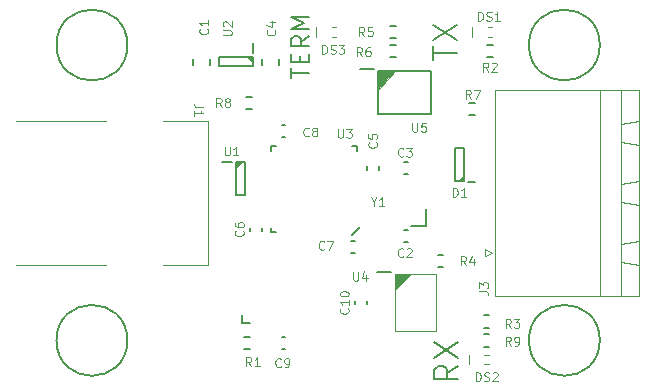
<source format=gbr>
%TF.GenerationSoftware,KiCad,Pcbnew,(6.0.0)*%
%TF.CreationDate,2022-06-11T23:43:57+12:00*%
%TF.ProjectId,Canmaster_HW,43616e6d-6173-4746-9572-5f48572e6b69,rev?*%
%TF.SameCoordinates,Original*%
%TF.FileFunction,Legend,Top*%
%TF.FilePolarity,Positive*%
%FSLAX46Y46*%
G04 Gerber Fmt 4.6, Leading zero omitted, Abs format (unit mm)*
G04 Created by KiCad (PCBNEW (6.0.0)) date 2022-06-11 23:43:57*
%MOMM*%
%LPD*%
G01*
G04 APERTURE LIST*
%ADD10C,0.200000*%
%ADD11C,0.120000*%
%ADD12C,0.150000*%
G04 APERTURE END LIST*
D10*
X108904761Y-61223809D02*
X108904761Y-60080952D01*
X110904761Y-60652380D02*
X108904761Y-60652380D01*
X108904761Y-59604761D02*
X110904761Y-58271428D01*
X108904761Y-58271428D02*
X110904761Y-59604761D01*
X111004761Y-87133333D02*
X110052380Y-87800000D01*
X111004761Y-88276190D02*
X109004761Y-88276190D01*
X109004761Y-87514285D01*
X109100000Y-87323809D01*
X109195238Y-87228571D01*
X109385714Y-87133333D01*
X109671428Y-87133333D01*
X109861904Y-87228571D01*
X109957142Y-87323809D01*
X110052380Y-87514285D01*
X110052380Y-88276190D01*
X109004761Y-86466666D02*
X111004761Y-85133333D01*
X109004761Y-85133333D02*
X111004761Y-86466666D01*
X96878571Y-62814285D02*
X96878571Y-61957142D01*
X98378571Y-62385714D02*
X96878571Y-62385714D01*
X97592857Y-61457142D02*
X97592857Y-60957142D01*
X98378571Y-60742857D02*
X98378571Y-61457142D01*
X96878571Y-61457142D01*
X96878571Y-60742857D01*
X98378571Y-59242857D02*
X97664285Y-59742857D01*
X98378571Y-60100000D02*
X96878571Y-60100000D01*
X96878571Y-59528571D01*
X96950000Y-59385714D01*
X97021428Y-59314285D01*
X97164285Y-59242857D01*
X97378571Y-59242857D01*
X97521428Y-59314285D01*
X97592857Y-59385714D01*
X97664285Y-59528571D01*
X97664285Y-60100000D01*
X98378571Y-58600000D02*
X96878571Y-58600000D01*
X97950000Y-58100000D01*
X96878571Y-57600000D01*
X98378571Y-57600000D01*
D11*
%TO.C,U4*%
X102128571Y-79189285D02*
X102128571Y-79796428D01*
X102164285Y-79867857D01*
X102200000Y-79903571D01*
X102271428Y-79939285D01*
X102414285Y-79939285D01*
X102485714Y-79903571D01*
X102521428Y-79867857D01*
X102557142Y-79796428D01*
X102557142Y-79189285D01*
X103235714Y-79439285D02*
X103235714Y-79939285D01*
X103057142Y-79153571D02*
X102878571Y-79689285D01*
X103342857Y-79689285D01*
%TO.C,J1*%
X89410714Y-65250000D02*
X88875000Y-65250000D01*
X88767857Y-65214285D01*
X88696428Y-65142857D01*
X88660714Y-65035714D01*
X88660714Y-64964285D01*
X88660714Y-66000000D02*
X88660714Y-65571428D01*
X88660714Y-65785714D02*
X89410714Y-65785714D01*
X89303571Y-65714285D01*
X89232142Y-65642857D01*
X89196428Y-65571428D01*
%TO.C,C8*%
X98375000Y-67667857D02*
X98339285Y-67703571D01*
X98232142Y-67739285D01*
X98160714Y-67739285D01*
X98053571Y-67703571D01*
X97982142Y-67632142D01*
X97946428Y-67560714D01*
X97910714Y-67417857D01*
X97910714Y-67310714D01*
X97946428Y-67167857D01*
X97982142Y-67096428D01*
X98053571Y-67025000D01*
X98160714Y-66989285D01*
X98232142Y-66989285D01*
X98339285Y-67025000D01*
X98375000Y-67060714D01*
X98803571Y-67310714D02*
X98732142Y-67275000D01*
X98696428Y-67239285D01*
X98660714Y-67167857D01*
X98660714Y-67132142D01*
X98696428Y-67060714D01*
X98732142Y-67025000D01*
X98803571Y-66989285D01*
X98946428Y-66989285D01*
X99017857Y-67025000D01*
X99053571Y-67060714D01*
X99089285Y-67132142D01*
X99089285Y-67167857D01*
X99053571Y-67239285D01*
X99017857Y-67275000D01*
X98946428Y-67310714D01*
X98803571Y-67310714D01*
X98732142Y-67346428D01*
X98696428Y-67382142D01*
X98660714Y-67453571D01*
X98660714Y-67596428D01*
X98696428Y-67667857D01*
X98732142Y-67703571D01*
X98803571Y-67739285D01*
X98946428Y-67739285D01*
X99017857Y-67703571D01*
X99053571Y-67667857D01*
X99089285Y-67596428D01*
X99089285Y-67453571D01*
X99053571Y-67382142D01*
X99017857Y-67346428D01*
X98946428Y-67310714D01*
%TO.C,U3*%
X100828571Y-67089285D02*
X100828571Y-67696428D01*
X100864285Y-67767857D01*
X100900000Y-67803571D01*
X100971428Y-67839285D01*
X101114285Y-67839285D01*
X101185714Y-67803571D01*
X101221428Y-67767857D01*
X101257142Y-67696428D01*
X101257142Y-67089285D01*
X101542857Y-67089285D02*
X102007142Y-67089285D01*
X101757142Y-67375000D01*
X101864285Y-67375000D01*
X101935714Y-67410714D01*
X101971428Y-67446428D01*
X102007142Y-67517857D01*
X102007142Y-67696428D01*
X101971428Y-67767857D01*
X101935714Y-67803571D01*
X101864285Y-67839285D01*
X101650000Y-67839285D01*
X101578571Y-67803571D01*
X101542857Y-67767857D01*
%TO.C,U2*%
X91089285Y-59171428D02*
X91696428Y-59171428D01*
X91767857Y-59135714D01*
X91803571Y-59100000D01*
X91839285Y-59028571D01*
X91839285Y-58885714D01*
X91803571Y-58814285D01*
X91767857Y-58778571D01*
X91696428Y-58742857D01*
X91089285Y-58742857D01*
X91160714Y-58421428D02*
X91125000Y-58385714D01*
X91089285Y-58314285D01*
X91089285Y-58135714D01*
X91125000Y-58064285D01*
X91160714Y-58028571D01*
X91232142Y-57992857D01*
X91303571Y-57992857D01*
X91410714Y-58028571D01*
X91839285Y-58457142D01*
X91839285Y-57992857D01*
%TO.C,C6*%
X92767857Y-75725000D02*
X92803571Y-75760714D01*
X92839285Y-75867857D01*
X92839285Y-75939285D01*
X92803571Y-76046428D01*
X92732142Y-76117857D01*
X92660714Y-76153571D01*
X92517857Y-76189285D01*
X92410714Y-76189285D01*
X92267857Y-76153571D01*
X92196428Y-76117857D01*
X92125000Y-76046428D01*
X92089285Y-75939285D01*
X92089285Y-75867857D01*
X92125000Y-75760714D01*
X92160714Y-75725000D01*
X92089285Y-75082142D02*
X92089285Y-75225000D01*
X92125000Y-75296428D01*
X92160714Y-75332142D01*
X92267857Y-75403571D01*
X92410714Y-75439285D01*
X92696428Y-75439285D01*
X92767857Y-75403571D01*
X92803571Y-75367857D01*
X92839285Y-75296428D01*
X92839285Y-75153571D01*
X92803571Y-75082142D01*
X92767857Y-75046428D01*
X92696428Y-75010714D01*
X92517857Y-75010714D01*
X92446428Y-75046428D01*
X92410714Y-75082142D01*
X92375000Y-75153571D01*
X92375000Y-75296428D01*
X92410714Y-75367857D01*
X92446428Y-75403571D01*
X92517857Y-75439285D01*
%TO.C,R5*%
X103075000Y-59239285D02*
X102825000Y-58882142D01*
X102646428Y-59239285D02*
X102646428Y-58489285D01*
X102932142Y-58489285D01*
X103003571Y-58525000D01*
X103039285Y-58560714D01*
X103075000Y-58632142D01*
X103075000Y-58739285D01*
X103039285Y-58810714D01*
X103003571Y-58846428D01*
X102932142Y-58882142D01*
X102646428Y-58882142D01*
X103753571Y-58489285D02*
X103396428Y-58489285D01*
X103360714Y-58846428D01*
X103396428Y-58810714D01*
X103467857Y-58775000D01*
X103646428Y-58775000D01*
X103717857Y-58810714D01*
X103753571Y-58846428D01*
X103789285Y-58917857D01*
X103789285Y-59096428D01*
X103753571Y-59167857D01*
X103717857Y-59203571D01*
X103646428Y-59239285D01*
X103467857Y-59239285D01*
X103396428Y-59203571D01*
X103360714Y-59167857D01*
%TO.C,R9*%
X115475000Y-85439285D02*
X115225000Y-85082142D01*
X115046428Y-85439285D02*
X115046428Y-84689285D01*
X115332142Y-84689285D01*
X115403571Y-84725000D01*
X115439285Y-84760714D01*
X115475000Y-84832142D01*
X115475000Y-84939285D01*
X115439285Y-85010714D01*
X115403571Y-85046428D01*
X115332142Y-85082142D01*
X115046428Y-85082142D01*
X115832142Y-85439285D02*
X115975000Y-85439285D01*
X116046428Y-85403571D01*
X116082142Y-85367857D01*
X116153571Y-85260714D01*
X116189285Y-85117857D01*
X116189285Y-84832142D01*
X116153571Y-84760714D01*
X116117857Y-84725000D01*
X116046428Y-84689285D01*
X115903571Y-84689285D01*
X115832142Y-84725000D01*
X115796428Y-84760714D01*
X115760714Y-84832142D01*
X115760714Y-85010714D01*
X115796428Y-85082142D01*
X115832142Y-85117857D01*
X115903571Y-85153571D01*
X116046428Y-85153571D01*
X116117857Y-85117857D01*
X116153571Y-85082142D01*
X116189285Y-85010714D01*
%TO.C,C2*%
X106375000Y-77867857D02*
X106339285Y-77903571D01*
X106232142Y-77939285D01*
X106160714Y-77939285D01*
X106053571Y-77903571D01*
X105982142Y-77832142D01*
X105946428Y-77760714D01*
X105910714Y-77617857D01*
X105910714Y-77510714D01*
X105946428Y-77367857D01*
X105982142Y-77296428D01*
X106053571Y-77225000D01*
X106160714Y-77189285D01*
X106232142Y-77189285D01*
X106339285Y-77225000D01*
X106375000Y-77260714D01*
X106660714Y-77260714D02*
X106696428Y-77225000D01*
X106767857Y-77189285D01*
X106946428Y-77189285D01*
X107017857Y-77225000D01*
X107053571Y-77260714D01*
X107089285Y-77332142D01*
X107089285Y-77403571D01*
X107053571Y-77510714D01*
X106625000Y-77939285D01*
X107089285Y-77939285D01*
%TO.C,R6*%
X102875000Y-60939285D02*
X102625000Y-60582142D01*
X102446428Y-60939285D02*
X102446428Y-60189285D01*
X102732142Y-60189285D01*
X102803571Y-60225000D01*
X102839285Y-60260714D01*
X102875000Y-60332142D01*
X102875000Y-60439285D01*
X102839285Y-60510714D01*
X102803571Y-60546428D01*
X102732142Y-60582142D01*
X102446428Y-60582142D01*
X103517857Y-60189285D02*
X103375000Y-60189285D01*
X103303571Y-60225000D01*
X103267857Y-60260714D01*
X103196428Y-60367857D01*
X103160714Y-60510714D01*
X103160714Y-60796428D01*
X103196428Y-60867857D01*
X103232142Y-60903571D01*
X103303571Y-60939285D01*
X103446428Y-60939285D01*
X103517857Y-60903571D01*
X103553571Y-60867857D01*
X103589285Y-60796428D01*
X103589285Y-60617857D01*
X103553571Y-60546428D01*
X103517857Y-60510714D01*
X103446428Y-60475000D01*
X103303571Y-60475000D01*
X103232142Y-60510714D01*
X103196428Y-60546428D01*
X103160714Y-60617857D01*
%TO.C,C7*%
X99675000Y-77267857D02*
X99639285Y-77303571D01*
X99532142Y-77339285D01*
X99460714Y-77339285D01*
X99353571Y-77303571D01*
X99282142Y-77232142D01*
X99246428Y-77160714D01*
X99210714Y-77017857D01*
X99210714Y-76910714D01*
X99246428Y-76767857D01*
X99282142Y-76696428D01*
X99353571Y-76625000D01*
X99460714Y-76589285D01*
X99532142Y-76589285D01*
X99639285Y-76625000D01*
X99675000Y-76660714D01*
X99925000Y-76589285D02*
X100425000Y-76589285D01*
X100103571Y-77339285D01*
%TO.C,DS1*%
X112689285Y-57939285D02*
X112689285Y-57189285D01*
X112867857Y-57189285D01*
X112975000Y-57225000D01*
X113046428Y-57296428D01*
X113082142Y-57367857D01*
X113117857Y-57510714D01*
X113117857Y-57617857D01*
X113082142Y-57760714D01*
X113046428Y-57832142D01*
X112975000Y-57903571D01*
X112867857Y-57939285D01*
X112689285Y-57939285D01*
X113403571Y-57903571D02*
X113510714Y-57939285D01*
X113689285Y-57939285D01*
X113760714Y-57903571D01*
X113796428Y-57867857D01*
X113832142Y-57796428D01*
X113832142Y-57725000D01*
X113796428Y-57653571D01*
X113760714Y-57617857D01*
X113689285Y-57582142D01*
X113546428Y-57546428D01*
X113475000Y-57510714D01*
X113439285Y-57475000D01*
X113403571Y-57403571D01*
X113403571Y-57332142D01*
X113439285Y-57260714D01*
X113475000Y-57225000D01*
X113546428Y-57189285D01*
X113725000Y-57189285D01*
X113832142Y-57225000D01*
X114546428Y-57939285D02*
X114117857Y-57939285D01*
X114332142Y-57939285D02*
X114332142Y-57189285D01*
X114260714Y-57296428D01*
X114189285Y-57367857D01*
X114117857Y-57403571D01*
%TO.C,U1*%
X91228571Y-68589285D02*
X91228571Y-69196428D01*
X91264285Y-69267857D01*
X91300000Y-69303571D01*
X91371428Y-69339285D01*
X91514285Y-69339285D01*
X91585714Y-69303571D01*
X91621428Y-69267857D01*
X91657142Y-69196428D01*
X91657142Y-68589285D01*
X92407142Y-69339285D02*
X91978571Y-69339285D01*
X92192857Y-69339285D02*
X92192857Y-68589285D01*
X92121428Y-68696428D01*
X92050000Y-68767857D01*
X91978571Y-68803571D01*
%TO.C,R2*%
X113575000Y-62239285D02*
X113325000Y-61882142D01*
X113146428Y-62239285D02*
X113146428Y-61489285D01*
X113432142Y-61489285D01*
X113503571Y-61525000D01*
X113539285Y-61560714D01*
X113575000Y-61632142D01*
X113575000Y-61739285D01*
X113539285Y-61810714D01*
X113503571Y-61846428D01*
X113432142Y-61882142D01*
X113146428Y-61882142D01*
X113860714Y-61560714D02*
X113896428Y-61525000D01*
X113967857Y-61489285D01*
X114146428Y-61489285D01*
X114217857Y-61525000D01*
X114253571Y-61560714D01*
X114289285Y-61632142D01*
X114289285Y-61703571D01*
X114253571Y-61810714D01*
X113825000Y-62239285D01*
X114289285Y-62239285D01*
%TO.C,R1*%
X93505000Y-87174285D02*
X93255000Y-86817142D01*
X93076428Y-87174285D02*
X93076428Y-86424285D01*
X93362142Y-86424285D01*
X93433571Y-86460000D01*
X93469285Y-86495714D01*
X93505000Y-86567142D01*
X93505000Y-86674285D01*
X93469285Y-86745714D01*
X93433571Y-86781428D01*
X93362142Y-86817142D01*
X93076428Y-86817142D01*
X94219285Y-87174285D02*
X93790714Y-87174285D01*
X94005000Y-87174285D02*
X94005000Y-86424285D01*
X93933571Y-86531428D01*
X93862142Y-86602857D01*
X93790714Y-86638571D01*
%TO.C,C3*%
X106375000Y-69367857D02*
X106339285Y-69403571D01*
X106232142Y-69439285D01*
X106160714Y-69439285D01*
X106053571Y-69403571D01*
X105982142Y-69332142D01*
X105946428Y-69260714D01*
X105910714Y-69117857D01*
X105910714Y-69010714D01*
X105946428Y-68867857D01*
X105982142Y-68796428D01*
X106053571Y-68725000D01*
X106160714Y-68689285D01*
X106232142Y-68689285D01*
X106339285Y-68725000D01*
X106375000Y-68760714D01*
X106625000Y-68689285D02*
X107089285Y-68689285D01*
X106839285Y-68975000D01*
X106946428Y-68975000D01*
X107017857Y-69010714D01*
X107053571Y-69046428D01*
X107089285Y-69117857D01*
X107089285Y-69296428D01*
X107053571Y-69367857D01*
X107017857Y-69403571D01*
X106946428Y-69439285D01*
X106732142Y-69439285D01*
X106660714Y-69403571D01*
X106625000Y-69367857D01*
%TO.C,Y1*%
X103842857Y-73282142D02*
X103842857Y-73639285D01*
X103592857Y-72889285D02*
X103842857Y-73282142D01*
X104092857Y-72889285D01*
X104735714Y-73639285D02*
X104307142Y-73639285D01*
X104521428Y-73639285D02*
X104521428Y-72889285D01*
X104450000Y-72996428D01*
X104378571Y-73067857D01*
X104307142Y-73103571D01*
%TO.C,R7*%
X112075000Y-64539285D02*
X111825000Y-64182142D01*
X111646428Y-64539285D02*
X111646428Y-63789285D01*
X111932142Y-63789285D01*
X112003571Y-63825000D01*
X112039285Y-63860714D01*
X112075000Y-63932142D01*
X112075000Y-64039285D01*
X112039285Y-64110714D01*
X112003571Y-64146428D01*
X111932142Y-64182142D01*
X111646428Y-64182142D01*
X112325000Y-63789285D02*
X112825000Y-63789285D01*
X112503571Y-64539285D01*
%TO.C,C10*%
X101667857Y-82282142D02*
X101703571Y-82317857D01*
X101739285Y-82425000D01*
X101739285Y-82496428D01*
X101703571Y-82603571D01*
X101632142Y-82675000D01*
X101560714Y-82710714D01*
X101417857Y-82746428D01*
X101310714Y-82746428D01*
X101167857Y-82710714D01*
X101096428Y-82675000D01*
X101025000Y-82603571D01*
X100989285Y-82496428D01*
X100989285Y-82425000D01*
X101025000Y-82317857D01*
X101060714Y-82282142D01*
X101739285Y-81567857D02*
X101739285Y-81996428D01*
X101739285Y-81782142D02*
X100989285Y-81782142D01*
X101096428Y-81853571D01*
X101167857Y-81925000D01*
X101203571Y-81996428D01*
X100989285Y-81103571D02*
X100989285Y-81032142D01*
X101025000Y-80960714D01*
X101060714Y-80925000D01*
X101132142Y-80889285D01*
X101275000Y-80853571D01*
X101453571Y-80853571D01*
X101596428Y-80889285D01*
X101667857Y-80925000D01*
X101703571Y-80960714D01*
X101739285Y-81032142D01*
X101739285Y-81103571D01*
X101703571Y-81175000D01*
X101667857Y-81210714D01*
X101596428Y-81246428D01*
X101453571Y-81282142D01*
X101275000Y-81282142D01*
X101132142Y-81246428D01*
X101060714Y-81210714D01*
X101025000Y-81175000D01*
X100989285Y-81103571D01*
%TO.C,J3*%
X112789285Y-80850000D02*
X113325000Y-80850000D01*
X113432142Y-80885714D01*
X113503571Y-80957142D01*
X113539285Y-81064285D01*
X113539285Y-81135714D01*
X112789285Y-80564285D02*
X112789285Y-80100000D01*
X113075000Y-80350000D01*
X113075000Y-80242857D01*
X113110714Y-80171428D01*
X113146428Y-80135714D01*
X113217857Y-80100000D01*
X113396428Y-80100000D01*
X113467857Y-80135714D01*
X113503571Y-80171428D01*
X113539285Y-80242857D01*
X113539285Y-80457142D01*
X113503571Y-80528571D01*
X113467857Y-80564285D01*
%TO.C,DS3*%
X99489285Y-60739285D02*
X99489285Y-59989285D01*
X99667857Y-59989285D01*
X99775000Y-60025000D01*
X99846428Y-60096428D01*
X99882142Y-60167857D01*
X99917857Y-60310714D01*
X99917857Y-60417857D01*
X99882142Y-60560714D01*
X99846428Y-60632142D01*
X99775000Y-60703571D01*
X99667857Y-60739285D01*
X99489285Y-60739285D01*
X100203571Y-60703571D02*
X100310714Y-60739285D01*
X100489285Y-60739285D01*
X100560714Y-60703571D01*
X100596428Y-60667857D01*
X100632142Y-60596428D01*
X100632142Y-60525000D01*
X100596428Y-60453571D01*
X100560714Y-60417857D01*
X100489285Y-60382142D01*
X100346428Y-60346428D01*
X100275000Y-60310714D01*
X100239285Y-60275000D01*
X100203571Y-60203571D01*
X100203571Y-60132142D01*
X100239285Y-60060714D01*
X100275000Y-60025000D01*
X100346428Y-59989285D01*
X100525000Y-59989285D01*
X100632142Y-60025000D01*
X100882142Y-59989285D02*
X101346428Y-59989285D01*
X101096428Y-60275000D01*
X101203571Y-60275000D01*
X101275000Y-60310714D01*
X101310714Y-60346428D01*
X101346428Y-60417857D01*
X101346428Y-60596428D01*
X101310714Y-60667857D01*
X101275000Y-60703571D01*
X101203571Y-60739285D01*
X100989285Y-60739285D01*
X100917857Y-60703571D01*
X100882142Y-60667857D01*
%TO.C,R3*%
X115475000Y-83939285D02*
X115225000Y-83582142D01*
X115046428Y-83939285D02*
X115046428Y-83189285D01*
X115332142Y-83189285D01*
X115403571Y-83225000D01*
X115439285Y-83260714D01*
X115475000Y-83332142D01*
X115475000Y-83439285D01*
X115439285Y-83510714D01*
X115403571Y-83546428D01*
X115332142Y-83582142D01*
X115046428Y-83582142D01*
X115725000Y-83189285D02*
X116189285Y-83189285D01*
X115939285Y-83475000D01*
X116046428Y-83475000D01*
X116117857Y-83510714D01*
X116153571Y-83546428D01*
X116189285Y-83617857D01*
X116189285Y-83796428D01*
X116153571Y-83867857D01*
X116117857Y-83903571D01*
X116046428Y-83939285D01*
X115832142Y-83939285D01*
X115760714Y-83903571D01*
X115725000Y-83867857D01*
%TO.C,R4*%
X111675000Y-78639285D02*
X111425000Y-78282142D01*
X111246428Y-78639285D02*
X111246428Y-77889285D01*
X111532142Y-77889285D01*
X111603571Y-77925000D01*
X111639285Y-77960714D01*
X111675000Y-78032142D01*
X111675000Y-78139285D01*
X111639285Y-78210714D01*
X111603571Y-78246428D01*
X111532142Y-78282142D01*
X111246428Y-78282142D01*
X112317857Y-78139285D02*
X112317857Y-78639285D01*
X112139285Y-77853571D02*
X111960714Y-78389285D01*
X112425000Y-78389285D01*
%TO.C,C4*%
X95467857Y-58725000D02*
X95503571Y-58760714D01*
X95539285Y-58867857D01*
X95539285Y-58939285D01*
X95503571Y-59046428D01*
X95432142Y-59117857D01*
X95360714Y-59153571D01*
X95217857Y-59189285D01*
X95110714Y-59189285D01*
X94967857Y-59153571D01*
X94896428Y-59117857D01*
X94825000Y-59046428D01*
X94789285Y-58939285D01*
X94789285Y-58867857D01*
X94825000Y-58760714D01*
X94860714Y-58725000D01*
X95039285Y-58082142D02*
X95539285Y-58082142D01*
X94753571Y-58260714D02*
X95289285Y-58439285D01*
X95289285Y-57975000D01*
%TO.C,C5*%
X104067857Y-68225000D02*
X104103571Y-68260714D01*
X104139285Y-68367857D01*
X104139285Y-68439285D01*
X104103571Y-68546428D01*
X104032142Y-68617857D01*
X103960714Y-68653571D01*
X103817857Y-68689285D01*
X103710714Y-68689285D01*
X103567857Y-68653571D01*
X103496428Y-68617857D01*
X103425000Y-68546428D01*
X103389285Y-68439285D01*
X103389285Y-68367857D01*
X103425000Y-68260714D01*
X103460714Y-68225000D01*
X103389285Y-67546428D02*
X103389285Y-67903571D01*
X103746428Y-67939285D01*
X103710714Y-67903571D01*
X103675000Y-67832142D01*
X103675000Y-67653571D01*
X103710714Y-67582142D01*
X103746428Y-67546428D01*
X103817857Y-67510714D01*
X103996428Y-67510714D01*
X104067857Y-67546428D01*
X104103571Y-67582142D01*
X104139285Y-67653571D01*
X104139285Y-67832142D01*
X104103571Y-67903571D01*
X104067857Y-67939285D01*
%TO.C,C1*%
X89767857Y-58625000D02*
X89803571Y-58660714D01*
X89839285Y-58767857D01*
X89839285Y-58839285D01*
X89803571Y-58946428D01*
X89732142Y-59017857D01*
X89660714Y-59053571D01*
X89517857Y-59089285D01*
X89410714Y-59089285D01*
X89267857Y-59053571D01*
X89196428Y-59017857D01*
X89125000Y-58946428D01*
X89089285Y-58839285D01*
X89089285Y-58767857D01*
X89125000Y-58660714D01*
X89160714Y-58625000D01*
X89839285Y-57910714D02*
X89839285Y-58339285D01*
X89839285Y-58125000D02*
X89089285Y-58125000D01*
X89196428Y-58196428D01*
X89267857Y-58267857D01*
X89303571Y-58339285D01*
%TO.C,D1*%
X110546428Y-72839285D02*
X110546428Y-72089285D01*
X110725000Y-72089285D01*
X110832142Y-72125000D01*
X110903571Y-72196428D01*
X110939285Y-72267857D01*
X110975000Y-72410714D01*
X110975000Y-72517857D01*
X110939285Y-72660714D01*
X110903571Y-72732142D01*
X110832142Y-72803571D01*
X110725000Y-72839285D01*
X110546428Y-72839285D01*
X111689285Y-72839285D02*
X111260714Y-72839285D01*
X111475000Y-72839285D02*
X111475000Y-72089285D01*
X111403571Y-72196428D01*
X111332142Y-72267857D01*
X111260714Y-72303571D01*
%TO.C,R8*%
X90975000Y-65239285D02*
X90725000Y-64882142D01*
X90546428Y-65239285D02*
X90546428Y-64489285D01*
X90832142Y-64489285D01*
X90903571Y-64525000D01*
X90939285Y-64560714D01*
X90975000Y-64632142D01*
X90975000Y-64739285D01*
X90939285Y-64810714D01*
X90903571Y-64846428D01*
X90832142Y-64882142D01*
X90546428Y-64882142D01*
X91403571Y-64810714D02*
X91332142Y-64775000D01*
X91296428Y-64739285D01*
X91260714Y-64667857D01*
X91260714Y-64632142D01*
X91296428Y-64560714D01*
X91332142Y-64525000D01*
X91403571Y-64489285D01*
X91546428Y-64489285D01*
X91617857Y-64525000D01*
X91653571Y-64560714D01*
X91689285Y-64632142D01*
X91689285Y-64667857D01*
X91653571Y-64739285D01*
X91617857Y-64775000D01*
X91546428Y-64810714D01*
X91403571Y-64810714D01*
X91332142Y-64846428D01*
X91296428Y-64882142D01*
X91260714Y-64953571D01*
X91260714Y-65096428D01*
X91296428Y-65167857D01*
X91332142Y-65203571D01*
X91403571Y-65239285D01*
X91546428Y-65239285D01*
X91617857Y-65203571D01*
X91653571Y-65167857D01*
X91689285Y-65096428D01*
X91689285Y-64953571D01*
X91653571Y-64882142D01*
X91617857Y-64846428D01*
X91546428Y-64810714D01*
%TO.C,C9*%
X96005000Y-87202857D02*
X95969285Y-87238571D01*
X95862142Y-87274285D01*
X95790714Y-87274285D01*
X95683571Y-87238571D01*
X95612142Y-87167142D01*
X95576428Y-87095714D01*
X95540714Y-86952857D01*
X95540714Y-86845714D01*
X95576428Y-86702857D01*
X95612142Y-86631428D01*
X95683571Y-86560000D01*
X95790714Y-86524285D01*
X95862142Y-86524285D01*
X95969285Y-86560000D01*
X96005000Y-86595714D01*
X96362142Y-87274285D02*
X96505000Y-87274285D01*
X96576428Y-87238571D01*
X96612142Y-87202857D01*
X96683571Y-87095714D01*
X96719285Y-86952857D01*
X96719285Y-86667142D01*
X96683571Y-86595714D01*
X96647857Y-86560000D01*
X96576428Y-86524285D01*
X96433571Y-86524285D01*
X96362142Y-86560000D01*
X96326428Y-86595714D01*
X96290714Y-86667142D01*
X96290714Y-86845714D01*
X96326428Y-86917142D01*
X96362142Y-86952857D01*
X96433571Y-86988571D01*
X96576428Y-86988571D01*
X96647857Y-86952857D01*
X96683571Y-86917142D01*
X96719285Y-86845714D01*
%TO.C,U5*%
X107128571Y-66589285D02*
X107128571Y-67196428D01*
X107164285Y-67267857D01*
X107200000Y-67303571D01*
X107271428Y-67339285D01*
X107414285Y-67339285D01*
X107485714Y-67303571D01*
X107521428Y-67267857D01*
X107557142Y-67196428D01*
X107557142Y-66589285D01*
X108271428Y-66589285D02*
X107914285Y-66589285D01*
X107878571Y-66946428D01*
X107914285Y-66910714D01*
X107985714Y-66875000D01*
X108164285Y-66875000D01*
X108235714Y-66910714D01*
X108271428Y-66946428D01*
X108307142Y-67017857D01*
X108307142Y-67196428D01*
X108271428Y-67267857D01*
X108235714Y-67303571D01*
X108164285Y-67339285D01*
X107985714Y-67339285D01*
X107914285Y-67303571D01*
X107878571Y-67267857D01*
%TO.C,DS2*%
X112489285Y-88439285D02*
X112489285Y-87689285D01*
X112667857Y-87689285D01*
X112775000Y-87725000D01*
X112846428Y-87796428D01*
X112882142Y-87867857D01*
X112917857Y-88010714D01*
X112917857Y-88117857D01*
X112882142Y-88260714D01*
X112846428Y-88332142D01*
X112775000Y-88403571D01*
X112667857Y-88439285D01*
X112489285Y-88439285D01*
X113203571Y-88403571D02*
X113310714Y-88439285D01*
X113489285Y-88439285D01*
X113560714Y-88403571D01*
X113596428Y-88367857D01*
X113632142Y-88296428D01*
X113632142Y-88225000D01*
X113596428Y-88153571D01*
X113560714Y-88117857D01*
X113489285Y-88082142D01*
X113346428Y-88046428D01*
X113275000Y-88010714D01*
X113239285Y-87975000D01*
X113203571Y-87903571D01*
X113203571Y-87832142D01*
X113239285Y-87760714D01*
X113275000Y-87725000D01*
X113346428Y-87689285D01*
X113525000Y-87689285D01*
X113632142Y-87725000D01*
X113917857Y-87760714D02*
X113953571Y-87725000D01*
X114025000Y-87689285D01*
X114203571Y-87689285D01*
X114275000Y-87725000D01*
X114310714Y-87760714D01*
X114346428Y-87832142D01*
X114346428Y-87903571D01*
X114310714Y-88010714D01*
X113882142Y-88439285D01*
X114346428Y-88439285D01*
D12*
%TO.C,U4*%
X105300000Y-79240000D02*
X104100000Y-79240000D01*
D11*
X105700000Y-84200000D02*
X109100000Y-84200000D01*
X109100000Y-84200000D02*
X109100000Y-79400000D01*
X109100000Y-79400000D02*
X105700000Y-79400000D01*
X105700000Y-79400000D02*
X105700000Y-84200000D01*
X105700000Y-80700000D02*
X105700000Y-79400000D01*
X105700000Y-79400000D02*
X107000000Y-79400000D01*
X107000000Y-79400000D02*
X105700000Y-80700000D01*
G36*
X105700000Y-80700000D02*
G01*
X105700000Y-79400000D01*
X107000000Y-79400000D01*
X105700000Y-80700000D01*
G37*
X105700000Y-80700000D02*
X105700000Y-79400000D01*
X107000000Y-79400000D01*
X105700000Y-80700000D01*
%TO.C,J1*%
X89810000Y-66390000D02*
X86060000Y-66390000D01*
X89810000Y-66390000D02*
X89810000Y-78610000D01*
X73600000Y-66390000D02*
X81160000Y-66390000D01*
X89810000Y-78610000D02*
X86060000Y-78610000D01*
X73600000Y-78610000D02*
X81160000Y-78610000D01*
D12*
%TO.C,C8*%
X96059420Y-66790000D02*
X96340580Y-66790000D01*
X96059420Y-67810000D02*
X96340580Y-67810000D01*
%TO.C,U3*%
X95550000Y-68550000D02*
X95150000Y-68550000D01*
X102450000Y-68550000D02*
X102450000Y-68950000D01*
X102000000Y-76100000D02*
X102700000Y-75400000D01*
X102050000Y-68550000D02*
X102450000Y-68550000D01*
X95150000Y-75850000D02*
X95150000Y-75450000D01*
X95550000Y-75850000D02*
X95150000Y-75850000D01*
X95150000Y-68550000D02*
X95150000Y-68950000D01*
%TO.C,M1*%
X83000000Y-85000000D02*
G75*
G03*
X83000000Y-85000000I-3000000J0D01*
G01*
%TO.C,U2*%
X93600000Y-59800000D02*
X93600000Y-60700000D01*
X90800000Y-61000000D02*
X93600000Y-61000000D01*
X93600000Y-61000000D02*
X93600000Y-61800000D01*
X93600000Y-61800000D02*
X90800000Y-61800000D01*
X90800000Y-61800000D02*
X90800000Y-61000000D01*
D11*
X93100000Y-61000000D02*
X93600000Y-61000000D01*
X93600000Y-61000000D02*
X93600000Y-61500000D01*
X93600000Y-61500000D02*
X93100000Y-61000000D01*
G36*
X93600000Y-61500000D02*
G01*
X93100000Y-61000000D01*
X93600000Y-61000000D01*
X93600000Y-61500000D01*
G37*
X93600000Y-61500000D02*
X93100000Y-61000000D01*
X93600000Y-61000000D01*
X93600000Y-61500000D01*
D12*
%TO.C,C6*%
X93390000Y-75740580D02*
X93390000Y-75459420D01*
X94410000Y-75740580D02*
X94410000Y-75459420D01*
%TO.C,R5*%
X105737258Y-59422500D02*
X105262742Y-59422500D01*
X105737258Y-58377500D02*
X105262742Y-58377500D01*
%TO.C,J2*%
X92725000Y-83505000D02*
X92725000Y-82870000D01*
X93360000Y-83505000D02*
X92725000Y-83505000D01*
%TO.C,R9*%
X113637258Y-83922500D02*
X113162742Y-83922500D01*
X113637258Y-82877500D02*
X113162742Y-82877500D01*
%TO.C,C2*%
X106459420Y-75690000D02*
X106740580Y-75690000D01*
X106459420Y-76710000D02*
X106740580Y-76710000D01*
%TO.C,R6*%
X105262742Y-61022500D02*
X105737258Y-61022500D01*
X105262742Y-59977500D02*
X105737258Y-59977500D01*
%TO.C,C7*%
X102240580Y-77610000D02*
X101959420Y-77610000D01*
X102240580Y-76590000D02*
X101959420Y-76590000D01*
D11*
%TO.C,DS1*%
X113500000Y-58500000D02*
X113900000Y-58500000D01*
X113500000Y-59300000D02*
X113900000Y-59300000D01*
X112215000Y-58500000D02*
X112215000Y-59300000D01*
D12*
%TO.C,U1*%
X91000000Y-69900000D02*
X91900000Y-69900000D01*
X92200000Y-72700000D02*
X93000000Y-72700000D01*
X93000000Y-72700000D02*
X93000000Y-69900000D01*
X93000000Y-69900000D02*
X92200000Y-69900000D01*
X92200000Y-69900000D02*
X92200000Y-72700000D01*
D11*
X92200000Y-70400000D02*
X92200000Y-69900000D01*
X92200000Y-69900000D02*
X92700000Y-69900000D01*
X92700000Y-69900000D02*
X92200000Y-70400000D01*
G36*
X92200000Y-70400000D02*
G01*
X92200000Y-69900000D01*
X92700000Y-69900000D01*
X92200000Y-70400000D01*
G37*
X92200000Y-70400000D02*
X92200000Y-69900000D01*
X92700000Y-69900000D01*
X92200000Y-70400000D01*
D12*
%TO.C,R2*%
X113462742Y-59977500D02*
X113937258Y-59977500D01*
X113462742Y-61022500D02*
X113937258Y-61022500D01*
%TO.C,M4*%
X123000000Y-85000000D02*
G75*
G03*
X123000000Y-85000000I-3000000J0D01*
G01*
%TO.C,R1*%
X92892742Y-85757500D02*
X93367258Y-85757500D01*
X92892742Y-84712500D02*
X93367258Y-84712500D01*
%TO.C,C3*%
X106740580Y-69890000D02*
X106459420Y-69890000D01*
X106740580Y-70910000D02*
X106459420Y-70910000D01*
%TO.C,Y1*%
X107000000Y-75300000D02*
X108250000Y-75300000D01*
X108250000Y-75300000D02*
X108250000Y-73900000D01*
%TO.C,R7*%
X111962742Y-65922500D02*
X112437258Y-65922500D01*
X111962742Y-64877500D02*
X112437258Y-64877500D01*
%TO.C,M2*%
X83000000Y-60000000D02*
G75*
G03*
X83000000Y-60000000I-3000000J0D01*
G01*
%TO.C,C10*%
X103310000Y-81940580D02*
X103310000Y-81659420D01*
X102290000Y-81940580D02*
X102290000Y-81659420D01*
D11*
%TO.C,J3*%
X113312500Y-77280000D02*
X113912500Y-77580000D01*
X126332500Y-63770000D02*
X114112500Y-63770000D01*
X124832500Y-81230000D02*
X123032500Y-81230000D01*
X124832500Y-71750000D02*
X124832500Y-73250000D01*
X126332500Y-73500000D02*
X126332500Y-71500000D01*
X123032500Y-81230000D02*
X123032500Y-63770000D01*
X124832500Y-66670000D02*
X124832500Y-68170000D01*
X123032500Y-63770000D02*
X124832500Y-63770000D01*
X113912500Y-77580000D02*
X113312500Y-77880000D01*
X124832500Y-63770000D02*
X124832500Y-81230000D01*
X126332500Y-71500000D02*
X124832500Y-71750000D01*
X126332500Y-66420000D02*
X124832500Y-66670000D01*
X124832500Y-76830000D02*
X124832500Y-78330000D01*
X124832500Y-68170000D02*
X126332500Y-68420000D01*
X126332500Y-81230000D02*
X126332500Y-63770000D01*
X114112500Y-63770000D02*
X114112500Y-81230000D01*
X124832500Y-78330000D02*
X126332500Y-78580000D01*
X114112500Y-81230000D02*
X126332500Y-81230000D01*
X126332500Y-78580000D02*
X126332500Y-76580000D01*
X126332500Y-68420000D02*
X126332500Y-66420000D01*
X113312500Y-77880000D02*
X113312500Y-77280000D01*
X126332500Y-76580000D02*
X124832500Y-76830000D01*
X124832500Y-73250000D02*
X126332500Y-73500000D01*
%TO.C,DS3*%
X99015000Y-58500000D02*
X99015000Y-59300000D01*
X100300000Y-58500000D02*
X100700000Y-58500000D01*
X100300000Y-59300000D02*
X100700000Y-59300000D01*
D12*
%TO.C,R3*%
X113162742Y-85522500D02*
X113637258Y-85522500D01*
X113162742Y-84477500D02*
X113637258Y-84477500D01*
%TO.C,R4*%
X109262742Y-78822500D02*
X109737258Y-78822500D01*
X109262742Y-77777500D02*
X109737258Y-77777500D01*
%TO.C,C4*%
X95835000Y-61661252D02*
X95835000Y-61138748D01*
X94365000Y-61661252D02*
X94365000Y-61138748D01*
%TO.C,M3*%
X123000000Y-60000000D02*
G75*
G03*
X123000000Y-60000000I-3000000J0D01*
G01*
%TO.C,C5*%
X104310000Y-70259420D02*
X104310000Y-70540580D01*
X103290000Y-70259420D02*
X103290000Y-70540580D01*
%TO.C,C1*%
X88565000Y-61138748D02*
X88565000Y-61661252D01*
X90035000Y-61138748D02*
X90035000Y-61661252D01*
%TO.C,D1*%
X112400000Y-71600000D02*
X111800000Y-71600000D01*
X111500000Y-68700000D02*
X110700000Y-68700000D01*
X110700000Y-68700000D02*
X110700000Y-71500000D01*
X110700000Y-71500000D02*
X111500000Y-71500000D01*
X111500000Y-71500000D02*
X111500000Y-68700000D01*
D11*
X111500000Y-71000000D02*
X111500000Y-71500000D01*
X111500000Y-71500000D02*
X111000000Y-71500000D01*
X111000000Y-71500000D02*
X111500000Y-71000000D01*
G36*
X111500000Y-71500000D02*
G01*
X111000000Y-71500000D01*
X111500000Y-71000000D01*
X111500000Y-71500000D01*
G37*
X111500000Y-71500000D02*
X111000000Y-71500000D01*
X111500000Y-71000000D01*
X111500000Y-71500000D01*
D12*
%TO.C,R8*%
X93537258Y-64377500D02*
X93062742Y-64377500D01*
X93537258Y-65422500D02*
X93062742Y-65422500D01*
%TO.C,C9*%
X96089420Y-84725000D02*
X96370580Y-84725000D01*
X96089420Y-85745000D02*
X96370580Y-85745000D01*
%TO.C,U5*%
X103900000Y-62000000D02*
X102700000Y-62000000D01*
X108750000Y-62200000D02*
X104250000Y-62200000D01*
X104250000Y-62200000D02*
X104250000Y-65800000D01*
X104250000Y-65800000D02*
X108750000Y-65800000D01*
X108750000Y-65800000D02*
X108750000Y-62200000D01*
D11*
X104300000Y-63733967D02*
X104300000Y-62233967D01*
X104300000Y-62233967D02*
X105700000Y-62233967D01*
X105700000Y-62233967D02*
X104300000Y-63733967D01*
G36*
X104300000Y-63733967D02*
G01*
X104300000Y-62233967D01*
X105700000Y-62233967D01*
X104300000Y-63733967D01*
G37*
X104300000Y-63733967D02*
X104300000Y-62233967D01*
X105700000Y-62233967D01*
X104300000Y-63733967D01*
%TO.C,DS2*%
X113200000Y-87000000D02*
X113600000Y-87000000D01*
X113200000Y-86200000D02*
X113600000Y-86200000D01*
X111915000Y-86200000D02*
X111915000Y-87000000D01*
%TD*%
M02*

</source>
